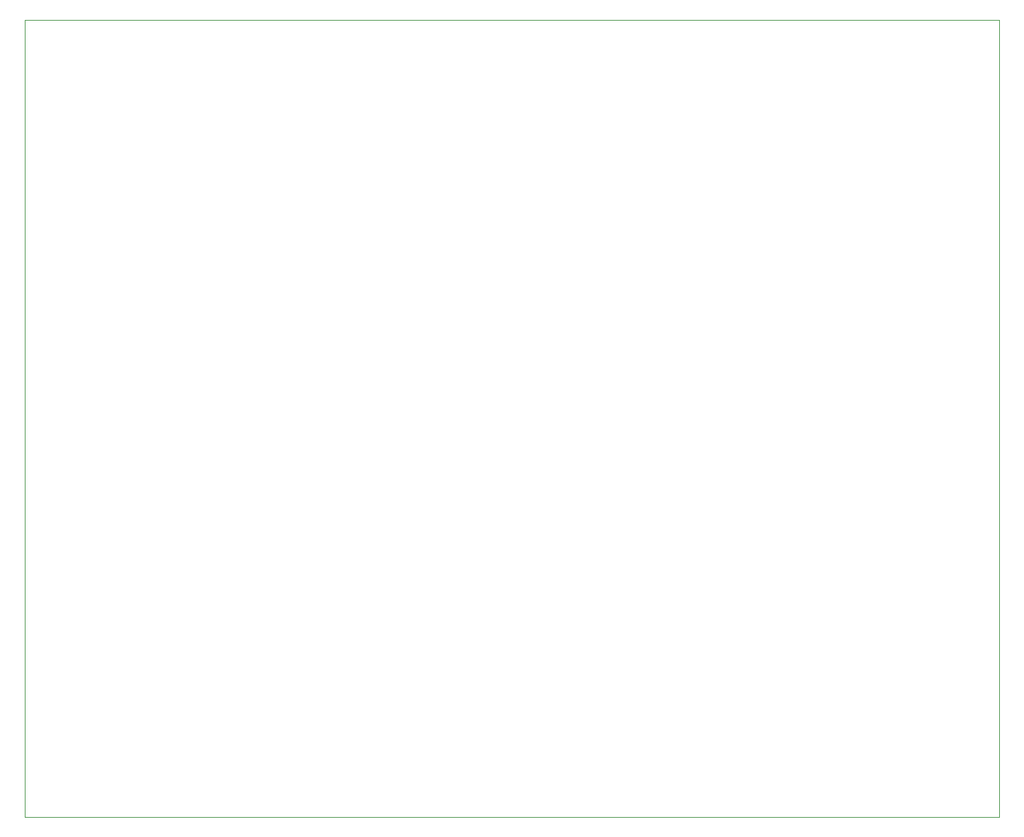
<source format=gbr>
%TF.GenerationSoftware,KiCad,Pcbnew,5.1.6-c6e7f7d~87~ubuntu18.04.1*%
%TF.CreationDate,2021-10-28T16:13:36+13:00*%
%TF.ProjectId,Trimodal SMD Sep20,5472696d-6f64-4616-9c20-534d44205365,rev?*%
%TF.SameCoordinates,Original*%
%TF.FileFunction,Profile,NP*%
%FSLAX46Y46*%
G04 Gerber Fmt 4.6, Leading zero omitted, Abs format (unit mm)*
G04 Created by KiCad (PCBNEW 5.1.6-c6e7f7d~87~ubuntu18.04.1) date 2021-10-28 16:13:36*
%MOMM*%
%LPD*%
G01*
G04 APERTURE LIST*
%TA.AperFunction,Profile*%
%ADD10C,0.050000*%
%TD*%
G04 APERTURE END LIST*
D10*
X173253400Y-37668200D02*
X118821200Y-37668200D01*
X173253400Y-135712200D02*
X173253400Y-37668200D01*
X53467000Y-135712200D02*
X173253400Y-135712200D01*
X53467000Y-37668200D02*
X53467000Y-135712200D01*
X118821200Y-37668200D02*
X53467000Y-37668200D01*
M02*

</source>
